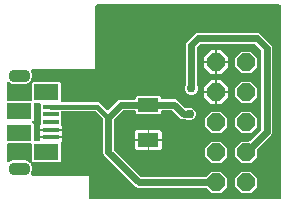
<source format=gbr>
G04 EAGLE Gerber RS-274X export*
G75*
%MOMM*%
%FSLAX34Y34*%
%LPD*%
%INBottom Copper*%
%IPPOS*%
%AMOC8*
5,1,8,0,0,1.08239X$1,22.5*%
G01*
G04 Define Apertures*
%ADD10P,1.64956X8X112.5*%
%ADD11R,1.815300X1.164600*%
%ADD12R,1.371600X0.457200*%
%ADD13R,2.108200X1.397000*%
%ADD14C,1.117600*%
%ADD15C,1.005841*%
%ADD16C,0.756400*%
%ADD17C,0.609600*%
%ADD18C,0.406400*%
G36*
X241410Y-64879D02*
X241911Y-64536D01*
X242238Y-64025D01*
X242340Y-63476D01*
X242340Y-55493D01*
X242384Y-55386D01*
X242500Y-54803D01*
X242500Y54803D01*
X242384Y55386D01*
X242340Y55493D01*
X242340Y64507D01*
X242384Y64614D01*
X242500Y65197D01*
X242500Y98316D01*
X242379Y98910D01*
X242036Y99411D01*
X241525Y99738D01*
X240976Y99840D01*
X86524Y99840D01*
X85930Y99719D01*
X85429Y99376D01*
X85102Y98865D01*
X85000Y98316D01*
X85000Y45074D01*
X84994Y45014D01*
X84992Y45009D01*
X84913Y45000D01*
X32009Y45000D01*
X31415Y44879D01*
X30914Y44536D01*
X30587Y44025D01*
X30486Y43427D01*
X30601Y42893D01*
X31369Y41039D01*
X31369Y38209D01*
X30379Y35818D01*
X30263Y35223D01*
X30369Y34722D01*
X30050Y34776D01*
X29460Y34636D01*
X29021Y34330D01*
X28286Y33595D01*
X25672Y32512D01*
X22603Y32512D01*
X22460Y32540D01*
X22323Y32512D01*
X19017Y32512D01*
X18904Y32534D01*
X18796Y32512D01*
X15730Y32512D01*
X13116Y33595D01*
X12762Y33949D01*
X12256Y34284D01*
X11660Y34396D01*
X11067Y34266D01*
X10573Y33915D01*
X10254Y33399D01*
X10160Y32872D01*
X10160Y19708D01*
X10281Y19114D01*
X10624Y18613D01*
X11135Y18286D01*
X11684Y18184D01*
X30099Y18184D01*
X30693Y18305D01*
X31194Y18648D01*
X31521Y19159D01*
X31623Y19708D01*
X31623Y33253D01*
X31519Y33766D01*
X31847Y33712D01*
X32242Y33809D01*
X54860Y33809D01*
X55753Y32916D01*
X55753Y18380D01*
X55874Y17786D01*
X56217Y17285D01*
X56728Y16958D01*
X57277Y16856D01*
X88173Y16856D01*
X94204Y10825D01*
X94710Y10490D01*
X95306Y10379D01*
X95898Y10509D01*
X96359Y10825D01*
X104164Y18630D01*
X105845Y19326D01*
X117876Y19326D01*
X118470Y19447D01*
X118970Y19790D01*
X119297Y20301D01*
X119400Y20850D01*
X119400Y21208D01*
X120292Y22101D01*
X139708Y22101D01*
X140601Y21208D01*
X140601Y21096D01*
X140721Y20502D01*
X141064Y20001D01*
X141575Y19674D01*
X142125Y19572D01*
X152909Y19572D01*
X154590Y18876D01*
X161255Y12210D01*
X161761Y11875D01*
X162357Y11764D01*
X162916Y11880D01*
X163945Y12306D01*
X166055Y12306D01*
X168006Y11498D01*
X169498Y10006D01*
X170306Y8055D01*
X170306Y5945D01*
X169498Y3994D01*
X168006Y2502D01*
X166055Y1694D01*
X163945Y1694D01*
X162453Y2312D01*
X161869Y2428D01*
X159091Y2428D01*
X157410Y3124D01*
X150553Y9982D01*
X150047Y10317D01*
X149475Y10428D01*
X142125Y10428D01*
X141530Y10307D01*
X141030Y9964D01*
X140703Y9453D01*
X140601Y8904D01*
X140601Y8300D01*
X139708Y7407D01*
X120292Y7407D01*
X119400Y8300D01*
X119400Y8658D01*
X119279Y9252D01*
X118936Y9753D01*
X118425Y10080D01*
X117876Y10182D01*
X109279Y10182D01*
X108685Y10061D01*
X108201Y9736D01*
X101018Y2553D01*
X100683Y2047D01*
X100572Y1475D01*
X100572Y-22475D01*
X100693Y-23069D01*
X101018Y-23553D01*
X123247Y-45782D01*
X123753Y-46117D01*
X124325Y-46228D01*
X178309Y-46228D01*
X178904Y-46107D01*
X179387Y-45782D01*
X183512Y-41656D01*
X191088Y-41656D01*
X196444Y-47012D01*
X196444Y-54588D01*
X191088Y-59944D01*
X183512Y-59944D01*
X179387Y-55818D01*
X178881Y-55483D01*
X178309Y-55372D01*
X120891Y-55372D01*
X119210Y-54676D01*
X92124Y-27590D01*
X91428Y-25909D01*
X91428Y2912D01*
X91307Y3506D01*
X90982Y3989D01*
X85673Y9298D01*
X85168Y9633D01*
X84596Y9744D01*
X57277Y9744D01*
X56683Y9623D01*
X56182Y9280D01*
X55855Y8769D01*
X55753Y8220D01*
X55753Y-1215D01*
X55874Y-1809D01*
X56199Y-2292D01*
X56769Y-2862D01*
X56769Y-5438D01*
X37973Y-5438D01*
X37973Y-2862D01*
X38543Y-2292D01*
X38878Y-1787D01*
X38989Y-1215D01*
X38989Y15267D01*
X38868Y15861D01*
X38525Y16362D01*
X38014Y16689D01*
X37465Y16791D01*
X34290Y16791D01*
X33696Y16670D01*
X33195Y16327D01*
X32868Y15816D01*
X32766Y15267D01*
X32766Y2059D01*
X32085Y1378D01*
X31750Y872D01*
X31639Y276D01*
X31769Y-317D01*
X32085Y-778D01*
X32766Y-1459D01*
X32766Y-14667D01*
X32887Y-15261D01*
X33230Y-15762D01*
X33741Y-16089D01*
X34290Y-16191D01*
X36449Y-16191D01*
X37043Y-16070D01*
X37544Y-15727D01*
X37871Y-15216D01*
X37973Y-14667D01*
X37973Y-13462D01*
X56769Y-13462D01*
X56769Y-16038D01*
X56199Y-16608D01*
X55864Y-17113D01*
X55753Y-17685D01*
X55753Y-32316D01*
X54860Y-33209D01*
X32371Y-33209D01*
X32294Y-33158D01*
X31697Y-33046D01*
X31564Y-33076D01*
X31623Y-32745D01*
X31623Y-19108D01*
X31502Y-18514D01*
X31159Y-18013D01*
X30648Y-17686D01*
X30099Y-17584D01*
X11684Y-17584D01*
X11090Y-17705D01*
X10589Y-18048D01*
X10262Y-18559D01*
X10160Y-19108D01*
X10160Y-32364D01*
X10281Y-32958D01*
X10624Y-33459D01*
X11135Y-33785D01*
X11733Y-33887D01*
X12323Y-33747D01*
X12762Y-33441D01*
X13116Y-33087D01*
X15730Y-32004D01*
X18815Y-32004D01*
X18928Y-32026D01*
X19036Y-32004D01*
X22341Y-32004D01*
X22484Y-32032D01*
X22621Y-32004D01*
X25672Y-32004D01*
X28286Y-33087D01*
X29021Y-33822D01*
X29527Y-34157D01*
X30123Y-34269D01*
X30262Y-34238D01*
X30199Y-34643D01*
X30314Y-35153D01*
X31369Y-37701D01*
X31369Y-40531D01*
X30391Y-42893D01*
X30275Y-43488D01*
X30400Y-44082D01*
X30747Y-44579D01*
X31261Y-44902D01*
X31799Y-45000D01*
X79926Y-45000D01*
X79986Y-45006D01*
X79991Y-45008D01*
X80000Y-45087D01*
X80000Y-63427D01*
X80092Y-63949D01*
X80110Y-63997D01*
X80426Y-64515D01*
X80920Y-64867D01*
X81542Y-65000D01*
X240816Y-65000D01*
X241410Y-64879D01*
G37*
%LPC*%
G36*
X208912Y-34544D02*
X203556Y-29188D01*
X203556Y-21612D01*
X208912Y-16256D01*
X214747Y-16256D01*
X215341Y-16135D01*
X215825Y-15810D01*
X224982Y-6653D01*
X225317Y-6147D01*
X225428Y-5575D01*
X225428Y60475D01*
X225307Y61069D01*
X224982Y61553D01*
X220553Y65982D01*
X220047Y66317D01*
X219475Y66428D01*
X174525Y66428D01*
X173931Y66307D01*
X173447Y65982D01*
X171309Y63843D01*
X170974Y63338D01*
X170863Y62766D01*
X170863Y31840D01*
X170979Y31257D01*
X171597Y29765D01*
X171597Y27654D01*
X170789Y25704D01*
X169296Y24211D01*
X167346Y23403D01*
X165235Y23403D01*
X163285Y24211D01*
X161793Y25704D01*
X160985Y27654D01*
X160985Y29765D01*
X161603Y31257D01*
X161719Y31840D01*
X161719Y66200D01*
X162415Y67881D01*
X169410Y74876D01*
X171091Y75572D01*
X222909Y75572D01*
X224590Y74876D01*
X233876Y65590D01*
X234572Y63909D01*
X234572Y-9009D01*
X233876Y-10690D01*
X222290Y-22275D01*
X221955Y-22781D01*
X221844Y-23353D01*
X221844Y-29188D01*
X216488Y-34544D01*
X208912Y-34544D01*
G37*
G36*
X188062Y51562D02*
X188062Y60960D01*
X191508Y60960D01*
X197460Y55008D01*
X197460Y51562D01*
X188062Y51562D01*
G37*
G36*
X177140Y51562D02*
X177140Y55008D01*
X183092Y60960D01*
X186538Y60960D01*
X186538Y51562D01*
X177140Y51562D01*
G37*
G36*
X208912Y41656D02*
X203556Y47012D01*
X203556Y54588D01*
X208912Y59944D01*
X216488Y59944D01*
X221844Y54588D01*
X221844Y47012D01*
X216488Y41656D01*
X208912Y41656D01*
G37*
G36*
X183092Y40640D02*
X177140Y46592D01*
X177140Y50038D01*
X186538Y50038D01*
X186538Y40640D01*
X183092Y40640D01*
G37*
G36*
X188062Y40640D02*
X188062Y50038D01*
X197460Y50038D01*
X197460Y46592D01*
X191508Y40640D01*
X188062Y40640D01*
G37*
G36*
X177140Y26162D02*
X177140Y29608D01*
X183092Y35560D01*
X186538Y35560D01*
X186538Y26162D01*
X177140Y26162D01*
G37*
G36*
X188062Y26162D02*
X188062Y35560D01*
X191508Y35560D01*
X197460Y29608D01*
X197460Y26162D01*
X188062Y26162D01*
G37*
G36*
X208912Y16256D02*
X203556Y21612D01*
X203556Y29188D01*
X208912Y34544D01*
X216488Y34544D01*
X221844Y29188D01*
X221844Y21612D01*
X216488Y16256D01*
X208912Y16256D01*
G37*
G36*
X188062Y15240D02*
X188062Y24638D01*
X197460Y24638D01*
X197460Y21192D01*
X191508Y15240D01*
X188062Y15240D01*
G37*
G36*
X183092Y15240D02*
X177140Y21192D01*
X177140Y24638D01*
X186538Y24638D01*
X186538Y15240D01*
X183092Y15240D01*
G37*
G36*
X208912Y-9144D02*
X203556Y-3788D01*
X203556Y3788D01*
X208912Y9144D01*
X216488Y9144D01*
X221844Y3788D01*
X221844Y-3788D01*
X216488Y-9144D01*
X208912Y-9144D01*
G37*
G36*
X183512Y-9144D02*
X178156Y-3788D01*
X178156Y3788D01*
X183512Y9144D01*
X191088Y9144D01*
X196444Y3788D01*
X196444Y-3788D01*
X191088Y-9144D01*
X183512Y-9144D01*
G37*
G36*
X118384Y-13992D02*
X118384Y-7879D01*
X119871Y-6391D01*
X129238Y-6391D01*
X129238Y-13992D01*
X118384Y-13992D01*
G37*
G36*
X130762Y-13992D02*
X130762Y-6391D01*
X140129Y-6391D01*
X141617Y-7879D01*
X141617Y-13992D01*
X130762Y-13992D01*
G37*
G36*
X37973Y-11938D02*
X37973Y-6962D01*
X56769Y-6962D01*
X56769Y-11938D01*
X37973Y-11938D01*
G37*
G36*
X130762Y-23117D02*
X130762Y-15516D01*
X141617Y-15516D01*
X141617Y-21629D01*
X140129Y-23117D01*
X130762Y-23117D01*
G37*
G36*
X119871Y-23117D02*
X118384Y-21629D01*
X118384Y-15516D01*
X129238Y-15516D01*
X129238Y-23117D01*
X119871Y-23117D01*
G37*
G36*
X183512Y-34544D02*
X178156Y-29188D01*
X178156Y-21612D01*
X183512Y-16256D01*
X191088Y-16256D01*
X196444Y-21612D01*
X196444Y-29188D01*
X191088Y-34544D01*
X183512Y-34544D01*
G37*
G36*
X208912Y-59944D02*
X203556Y-54588D01*
X203556Y-47012D01*
X208912Y-41656D01*
X216488Y-41656D01*
X221844Y-47012D01*
X221844Y-54588D01*
X216488Y-59944D01*
X208912Y-59944D01*
G37*
%LPD*%
D10*
X212700Y-50800D03*
X187300Y-50800D03*
X212700Y-25400D03*
X187300Y-25400D03*
X212700Y0D03*
X187300Y0D03*
X212700Y25400D03*
X187300Y25400D03*
X212700Y50800D03*
X187300Y50800D03*
D11*
X130000Y-14754D03*
X130000Y14754D03*
D12*
X47371Y13300D03*
X47371Y6800D03*
X47371Y300D03*
X47371Y-6200D03*
X47371Y-12700D03*
D13*
X20701Y-9075D03*
X20701Y9675D03*
X43688Y-24700D03*
X43688Y25300D03*
D14*
X24257Y-39116D03*
X17145Y-39116D03*
D15*
X17221Y-39116D02*
X24181Y-39116D01*
D14*
X24257Y39624D03*
X17145Y39624D03*
D15*
X17221Y39624D02*
X24181Y39624D01*
D14*
X20687Y-39116D03*
X20687Y39624D03*
D16*
X100000Y90000D03*
X100000Y50000D03*
X100000Y70000D03*
X180000Y90000D03*
X160000Y90000D03*
X140000Y90000D03*
X120000Y90000D03*
X100000Y30000D03*
X200000Y90000D03*
X220000Y90000D03*
X100000Y-50000D03*
X160000Y-30000D03*
D17*
X172000Y71000D02*
X222000Y71000D01*
X230000Y63000D01*
X230000Y-8100D01*
X212700Y-25400D01*
D16*
X166291Y28709D03*
D17*
X166291Y65291D01*
X172000Y71000D01*
D16*
X165000Y7000D03*
D17*
X160000Y7000D01*
X152000Y15000D01*
X130246Y15000D01*
X130000Y14754D01*
X106754Y14754D01*
X96000Y4000D01*
X96000Y-25000D01*
X121800Y-50800D01*
X187300Y-50800D01*
D18*
X86700Y13300D02*
X47371Y13300D01*
X86700Y13300D02*
X96000Y4000D01*
M02*

</source>
